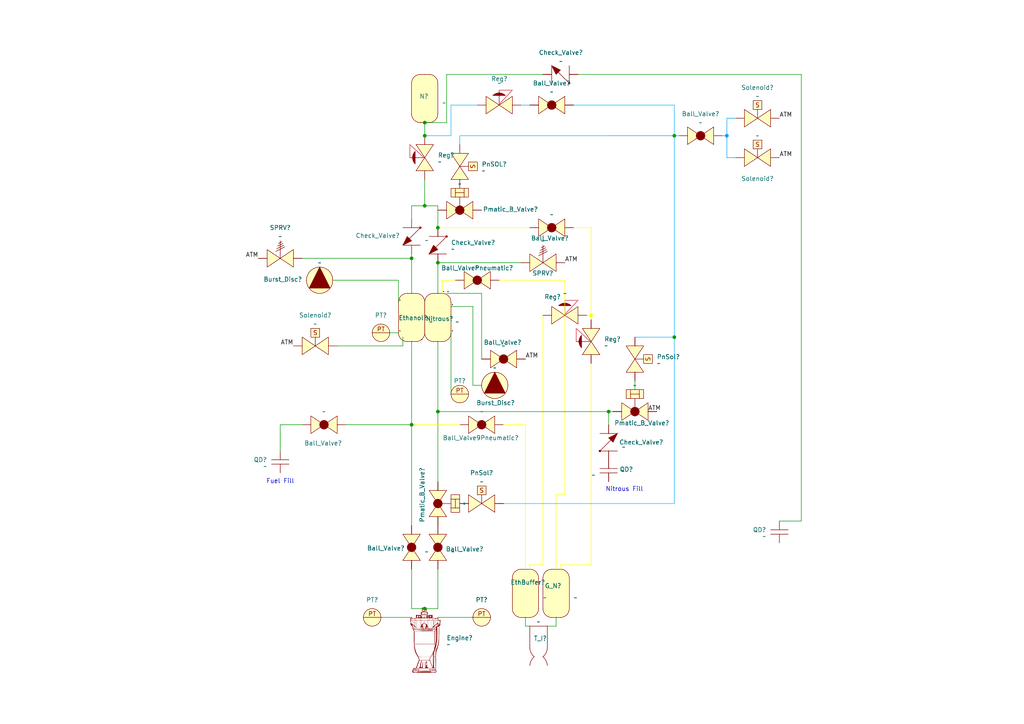
<source format=kicad_sch>
(kicad_sch (version 20231120) (generator "eeschema") (generator_version "8.0")
  (paper "A4")
  (lib_symbols
    (symbol "Analog_ADC:Torch_Igniter"
      (property "Reference" "T_I" (at -1.016 -0.254 0))
      (symbol "Torch_Igniter_1_1"
        (pin passive line (at -2.54 3.81 0) (length 0) (name "") (number ""))
        (pin passive line (at 2.54 3.81 180) (length 0) (name "") (number ""))
      )
    )
    (symbol "Ball_Valve_1"
      (property "Reference" "Ball_Valve" (at 3.81 -4.318 0))
      (symbol "Ball_Valve_1_1_1"
        (pin passive line (at -2.54 0 0) (length 2.54) (name "") (number ""))
        (pin passive line (at 10.16 0 180) (length 2.54) (name "") (number ""))
      )
    )
    (symbol "PID_symbols:Ball_Valve"
      (property "Reference" "Ball_Valve" (at 3.81 -4.318 0))
      (symbol "Ball_Valve_1_1"
        (pin passive line (at -2.54 0 0) (length 2.54) (name "") (number ""))
        (pin passive line (at 10.16 0 180) (length 2.54) (name "") (number ""))
      )
    )
    (symbol "PID_symbols:Burst_Disc"
      (property "Reference" "Burst_Disc" (at 0 -5.334 0))
      (symbol "Burst_Disc_1_1"
        (pin passive line (at -3.81 0 0) (length 0) (name "") (number ""))
        (pin passive line (at 3.81 0 180) (length 0) (name "") (number ""))
      )
    )
    (symbol "PID_symbols:Check_Valve"
      (property "Reference" "Check_Valve" (at 2.54 -4.064 0))
      (symbol "Check_Valve_1_1"
        (pin passive line (at -2.54 0 0) (length 2.54) (name "") (number ""))
        (pin passive line (at 7.62 0 180) (length 2.54) (name "") (number ""))
      )
    )
    (symbol "PID_symbols:Engine"
      (property "Reference" "Engine" (at 0 0 0))
      (symbol "Engine_1_1"
        (pin input line (at -3.81 3.81 0) (length 0) (name "") (number ""))
        (pin input line (at 0 6.35 0) (length 0) (name "") (number ""))
        (pin input line (at 3.81 3.81 0) (length 0) (name "") (number ""))
      )
    )
    (symbol "PID_symbols:Pneumatic_Rotary_Ball_Valve"
      (property "Reference" "Pmatic_B_Valve" (at 0 -3.81 0))
      (symbol "Pneumatic_Rotary_Ball_Valve_1_1"
        (pin passive line (at -6.35 0 0) (length 2.54) (name "") (number ""))
        (pin passive line (at 0 -1.27 180) (length 0) (name "") (number ""))
        (pin passive line (at 0 6.35 180) (length 0) (name "") (number ""))
        (pin passive line (at 6.35 0 180) (length 2.54) (name "") (number ""))
      )
    )
    (symbol "PID_symbols:Pressure_Regulator"
      (property "Reference" "Reg" (at 4.318 -3.81 0))
      (symbol "Pressure_Regulator_1_1"
        (pin passive line (at -2.54 0 0) (length 2.54) (name "") (number ""))
        (pin passive line (at 10.16 0 180) (length 2.54) (name "") (number ""))
      )
    )
    (symbol "PID_symbols:Pressure_Transducer"
      (property "Reference" "PT" (at 0 -3.81 0))
      (symbol "Pressure_Transducer_1_1"
        (text "PT\n" (at 0 1.016 0) (effects (font (size 1.27 1.27))))
        (pin passive line (at -2.54 0 0) (length 0) (name "") (number ""))
        (pin passive line (at 2.54 0 180) (length 0) (name "") (number ""))
      )
    )
    (symbol "PID_symbols:Quick_Disconnect"
      (property "Reference" "QD" (at 0.762 -4.572 0))
      (symbol "Quick_Disconnect_1_1"
        (pin passive line (at -2.54 0 0) (length 2.54) (name "") (number ""))
        (pin passive line (at 3.81 0 180) (length 2.54) (name "") (number ""))
      )
    )
    (symbol "PID_symbols:SPRV"
      (property "Reference" "SPRV" (at 3.556 -3.302 0))
      (symbol "SPRV_1_1"
        (pin passive line (at -2.54 0 0) (length 2.54) (name "") (number ""))
        (pin passive line (at 10.16 0 180) (length 2.54) (name "") (number ""))
      )
    )
    (symbol "PID_symbols:Solenoid"
      (property "Reference" "Solenoid" (at 3.81 -3.81 0))
      (symbol "Solenoid_1_1"
        (text "S\n" (at 3.81 3.81 0) (effects (font (size 1.27 1.27))))
        (pin passive line (at -2.54 0 0) (length 2.54) (name "") (number ""))
        (pin passive line (at 10.16 0 180) (length 2.54) (name "") (number ""))
      )
    )
    (symbol "PID_symbols:Tank"
      (property "Reference" "T" (at 6.35 5.08 0))
      (symbol "Tank_1_1"
        (pin passive line (at 1.27 -2.54 90) (length 0) (name "") (number ""))
        (pin passive line (at 1.27 11.43 270) (length 0) (name "") (number ""))
      )
    )
  )
  (junction (at 195.58 39.37))
  (junction (at 171.45 91.44) (color 255 255 0 1))
  (junction (at 119.38 74.93))
  (junction (at 195.58 97.79))
  (junction (at 127 66.04))
  (junction (at 123.19 39.37))
  (junction (at 123.19 176.53))
  (junction (at 123.19 35.56))
  (junction (at 176.53 119.38))
  (junction (at 119.38 123.19))
  (junction (at 127 76.2))
  (junction (at 210.82 39.37) (color 2 153 255 1))
  (junction (at 127 119.38))
  (junction (at 123.19 59.69))
  (wire (pts (xy 171.45 66.04) (xy 166.37 66.04)) (stroke (width 0) (color 255 255 0 1)))
  (wire (pts (xy 176.53 119.38) (xy 176.53 123.19)))
  (wire (pts (xy 130.81 114.3) (xy 130.81 96.52)))
  (wire (pts (xy 127 165.1) (xy 127 176.53)))
  (wire (pts (xy 157.48 91.44) (xy 157.48 163.83)) (stroke (width 0) (color 255 255 0 1)))
  (wire (pts (xy 195.58 39.37) (xy 196.85 39.37)) (stroke (width 0) (color 0 187 255 1)))
  (wire (pts (xy 129.54 35.56) (xy 129.54 21.59)))
  (wire (pts (xy 180.34 119.38) (xy 176.53 119.38)))
  (wire (pts (xy 110.49 179.07) (xy 119.38 179.07)))
  (wire (pts (xy 146.05 146.05) (xy 195.58 146.05)) (stroke (width 0) (color 14 175 255 1)))
  (wire (pts (xy 152.4 181.61) (xy 153.67 181.61)))
  (wire (pts (xy 139.7 111.76) (xy 137.16 111.76)))
  (wire (pts (xy 127 99.06) (xy 127 119.38)))
  (wire (pts (xy 127 176.53) (xy 123.19 176.53)))
  (wire (pts (xy 119.38 59.69) (xy 119.38 63.5)))
  (wire (pts (xy 123.19 35.56) (xy 129.54 35.56)))
  (wire (pts (xy 137.16 111.76) (xy 137.16 88.9)))
  (wire (pts (xy 119.38 176.53) (xy 123.19 176.53)))
  (wire (pts (xy 152.4 179.07) (xy 152.4 181.61)))
  (wire (pts (xy 171.45 92.71) (xy 171.45 91.44)) (stroke (width 0) (color 255 255 0 1)))
  (wire (pts (xy 152.4 123.19) (xy 152.4 165.1)) (stroke (width 0) (color 255 255 0 1)))
  (wire (pts (xy 232.41 21.59) (xy 232.41 151.13)))
  (wire (pts (xy 127 76.2) (xy 127 85.09)))
  (wire (pts (xy 167.64 21.59) (xy 232.41 21.59)))
  (wire (pts (xy 213.36 45.72) (xy 210.82 45.72)) (stroke (width 0) (color 2 153 255 1)))
  (wire (pts (xy 81.28 123.19) (xy 81.28 130.81)))
  (wire (pts (xy 137.16 88.9) (xy 130.81 88.9)))
  (wire (pts (xy 210.82 34.29) (xy 213.36 34.29)) (stroke (width 0) (color 2 153 255 1)))
  (wire (pts (xy 96.52 81.28) (xy 115.57 81.28)))
  (wire (pts (xy 129.54 21.59) (xy 157.48 21.59)))
  (wire (pts (xy 161.29 181.61) (xy 158.75 181.61)))
  (wire (pts (xy 133.35 39.37) (xy 195.58 39.37)) (stroke (width 0) (color 0 187 255 1)))
  (wire (pts (xy 123.19 35.56) (xy 123.19 39.37)))
  (wire (pts (xy 116.84 97.79) (xy 116.84 100.33)))
  (wire (pts (xy 119.38 99.06) (xy 119.38 123.19)))
  (wire (pts (xy 127 179.07) (xy 137.16 179.07)))
  (wire (pts (xy 113.03 96.52) (xy 115.57 96.52)))
  (wire (pts (xy 130.81 30.48) (xy 130.81 39.37)) (stroke (width 0) (color 14 175 255 1)))
  (wire (pts (xy 170.18 91.44) (xy 171.45 91.44)) (stroke (width 0) (color 255 255 0 1)))
  (wire (pts (xy 115.57 81.28) (xy 115.57 87.63)))
  (wire (pts (xy 119.38 123.19) (xy 119.38 152.4)))
  (wire (pts (xy 166.37 30.48) (xy 195.58 30.48)) (stroke (width 0) (color 0 187 255 1)))
  (wire (pts (xy 144.78 81.28) (xy 163.83 81.28)) (stroke (width 0) (color 255 252 2 1)))
  (wire (pts (xy 119.38 73.66) (xy 119.38 74.93)))
  (wire (pts (xy 97.79 100.33) (xy 116.84 100.33)))
  (wire (pts (xy 127 119.38) (xy 127 142.24)))
  (wire (pts (xy 119.38 74.93) (xy 119.38 85.09)))
  (wire (pts (xy 153.67 66.04) (xy 127 66.04)) (stroke (width 0) (color 255 255 0 1)))
  (wire (pts (xy 139.7 85.09) (xy 129.54 85.09)))
  (wire (pts (xy 184.15 97.79) (xy 195.58 97.79)) (stroke (width 0) (color 14 175 255 1)))
  (wire (pts (xy 100.33 123.19) (xy 119.38 123.19)))
  (wire (pts (xy 161.29 179.07) (xy 161.29 181.61)))
  (wire (pts (xy 139.7 104.14) (xy 139.7 85.09)))
  (wire (pts (xy 127 119.38) (xy 176.53 119.38)))
  (wire (pts (xy 232.41 151.13) (xy 226.06 151.13)))
  (wire (pts (xy 195.58 146.05) (xy 195.58 97.79)) (stroke (width 0) (color 14 175 255 1)))
  (wire (pts (xy 123.19 59.69) (xy 119.38 59.69)))
  (wire (pts (xy 151.13 30.48) (xy 153.67 30.48)) (stroke (width 0) (color 14 175 255 1)))
  (wire (pts (xy 87.63 123.19) (xy 81.28 123.19)))
  (wire (pts (xy 170.18 91.44) (xy 171.45 91.44)))
  (wire (pts (xy 210.82 39.37) (xy 210.82 34.29)) (stroke (width 0) (color 2 153 255 1)))
  (wire (pts (xy 133.35 123.19) (xy 119.38 123.19)) (stroke (width 0) (color 255 255 0 1)))
  (wire (pts (xy 171.45 66.04) (xy 171.45 91.44)) (stroke (width 0) (color 255 255 0 1)))
  (wire (pts (xy 146.05 123.19) (xy 152.4 123.19)) (stroke (width 0) (color 255 255 0 1)))
  (wire (pts (xy 184.15 110.49) (xy 184.15 113.03)))
  (wire (pts (xy 161.29 143.51) (xy 161.29 165.1)) (stroke (width 0) (color 255 252 2 1)))
  (wire (pts (xy 195.58 30.48) (xy 195.58 39.37)) (stroke (width 0) (color 14 175 255 1)))
  (wire (pts (xy 162.56 163.83) (xy 171.45 163.83)) (stroke (width 0) (color 255 255 0 1)))
  (wire (pts (xy 127 76.2) (xy 151.13 76.2)))
  (wire (pts (xy 163.83 81.28) (xy 163.83 143.51)) (stroke (width 0) (color 255 252 2 1)))
  (wire (pts (xy 127 59.69) (xy 127 66.04)))
  (wire (pts (xy 123.19 39.37) (xy 130.81 39.37)) (stroke (width 0) (color 14 175 255 1)))
  (wire (pts (xy 128.27 81.28) (xy 128.27 85.09)) (stroke (width 0) (color 255 252 2 1)))
  (wire (pts (xy 87.63 74.93) (xy 119.38 74.93)))
  (wire (pts (xy 127 152.4) (xy 127 149.86)))
  (wire (pts (xy 209.55 39.37) (xy 210.82 39.37)) (stroke (width 0) (color 2 153 255 1)))
  (wire (pts (xy 128.27 81.28) (xy 132.08 81.28)) (stroke (width 0) (color 255 252 2 1)))
  (wire (pts (xy 171.45 105.41) (xy 171.45 163.83)) (stroke (width 0) (color 255 255 0 1)))
  (wire (pts (xy 153.67 163.83) (xy 153.67 165.1)) (stroke (width 0) (color 255 255 0 1)))
  (wire (pts (xy 195.58 39.37) (xy 176.53 39.37)) (stroke (width 0) (color 14 175 255 1)))
  (wire (pts (xy 119.38 165.1) (xy 119.38 176.53)))
  (wire (pts (xy 210.82 39.37) (xy 210.82 45.72)) (stroke (width 0) (color 2 153 255 1)))
  (wire (pts (xy 162.56 163.83) (xy 162.56 165.1)) (stroke (width 0) (color 255 255 0 1)))
  (wire (pts (xy 133.35 39.37) (xy 133.35 41.91)) (stroke (width 0) (color 14 175 255 1)))
  (wire (pts (xy 163.83 143.51) (xy 161.29 143.51)) (stroke (width 0) (color 255 252 2 1)))
  (wire (pts (xy 157.48 163.83) (xy 153.67 163.83)) (stroke (width 0) (color 255 255 0 1)))
  (wire (pts (xy 130.81 30.48) (xy 138.43 30.48)) (stroke (width 0) (color 14 175 255 1)))
  (wire (pts (xy 123.19 59.69) (xy 127 59.69)))
  (wire (pts (xy 123.19 52.07) (xy 123.19 59.69)))
  (wire (pts (xy 195.58 39.37) (xy 195.58 97.79)) (stroke (width 0) (color 14 175 255 1)))
  (text "Nitrous Fill" (at 181.102 141.986 0) (effects (font (size 1.27 1.27))))
  (text "Fuel Fill\n" (at 81.28 139.7 0) (effects (font (size 1.27 1.27))))
  (label "." (at 115.57 87.63 0))
  (label "ATM" (at 74.93 74.93 180))
  (label "ATM" (at 226.06 45.72 0))
  (label "." (at 121.92 99.06 0))
  (label "ATM" (at 163.83 76.2 0))
  (label "." (at 130.81 88.9 0))
  (label "." (at 130.81 96.52 0))
  (label "." (at 129.54 85.09 0))
  (label "ATM" (at 152.4 104.14 0))
  (label "ATM" (at 187.96 119.38 0))
  (label "." (at 128.27 85.09 0))
  (label "." (at 115.57 96.52 0))
  (label "ATM" (at 85.09 100.33 180))
  (label "ATM" (at 226.06 34.29 0))
  (label "." (at 129.54 85.09 0))
  (symbol (lib_id "PID_symbols:Tank") (at 121.92 33.02 0) (unit 1)
    (property "Reference" "N?" (at 121.666 27.94 0) (effects (justify left)))
    (property "Value" "~" (at 128.27 29.845 0) (effects (justify left)))
  )
  (symbol (lib_id "PID_symbols:Engine") (at 123.19 182.88 0) (unit 1)
    (property "Reference" "Engine?" (at 129.54 185.0318 0) (effects (justify left)))
    (property "Value" "~" (at 129.54 186.9369 0) (effects (justify left)))
  )
  (symbol (lib_id "PID_symbols:Pressure_Transducer") (at 139.7 179.07 0) (unit 1)
    (property "Reference" "PT?" (at 139.7 173.99 0))
  )
  (symbol (lib_id "PID_symbols:Check_Valve") (at 165.1 21.59 180) (unit 1)
    (property "Reference" "Check_Valve?" (at 162.687 15.24 0))
    (property "Value" "~" (at 162.687 17.78 0))
  )
  (symbol (lib_id "PID_symbols:Pressure_Transducer") (at 133.35 114.3 0) (unit 1)
    (property "Reference" "PT?" (at 133.35 110.49 0))
  )
  (symbol (lib_id "PID_symbols:Ball_Valve") (at 127 154.94 270) (unit 1)
    (property "Reference" "Ball_Valve?" (at 129.286 159.258 90) (effects (justify left)))
    (property "Value" "~" (at 130.81 160.02 90) (effects (justify left)))
  )
  (symbol (lib_id "PID_symbols:Check_Valve") (at 119.38 66.04 270) (unit 1)
    (property "Reference" "Check_Valve?" (at 103.124 68.326 90) (effects (justify left)))
    (property "Value" "~" (at 123.19 69.723 90) (effects (justify left)))
  )
  (symbol (lib_id "PID_symbols:Pressure_Regulator") (at 140.97 30.48 0) (unit 1)
    (property "Reference" "Reg?" (at 144.8425 22.86 0))
    (property "Value" "~" (at 144.8425 24.13 0))
    (property "Description" "Pressure Regulator" (effects (hide yes)))
  )
  (symbol (lib_id "PID_symbols:Tank") (at 151.13 176.53 0) (unit 1)
    (property "Reference" "EthBuffer?" (at 148.082 168.91 0) (effects (justify left)))
    (property "Value" "~" (at 157.48 173.355 0) (effects (justify left)))
  )
  (symbol (lib_id "PID_symbols:Tank") (at 160.02 176.53 0) (unit 1)
    (property "Reference" "G_N?" (at 157.988 169.926 0) (effects (justify left)))
    (property "Value" "~" (at 166.37 173.355 0) (effects (justify left)))
  )
  (symbol (lib_id "PID_symbols:Tank") (at 118.11 96.52 0) (unit 1)
    (property "Reference" "Ethanol?" (at 115.57 92.202 0) (effects (justify left)))
    (property "Value" "~" (at 124.46 93.345 0) (effects (justify left)))
  )
  (symbol (lib_id "PID_symbols:Pneumatic_Rotary_Ball_Valve") (at 133.35 60.96 0) (unit 1)
    (property "Reference" "Pmatic_B_Valve?" (at 148.082 60.706 0))
    (property "Value" "~" (at 133.35 53.34 0))
  )
  (symbol (lib_id "PID_symbols:Ball_Valve") (at 134.62 81.28 0) (unit 1)
    (property "Reference" "Ball_ValvePneumatic?" (at 138.43 77.724 0))
    (property "Value" "~" (at 138.43 77.47 0))
  )
  (symbol (lib_id "PID_symbols:Pneumatic_Rotary_Ball_Valve") (at 184.15 119.38 0) (unit 1)
    (property "Reference" "Pmatic_B_Valve?" (at 186.182 122.682 0))
    (property "Value" "~" (at 184.15 111.76 0))
  )
  (symbol (lib_id "PID_symbols:Pressure_Transducer") (at 107.95 179.07 0) (unit 1)
    (property "Reference" "PT?" (at 107.95 173.99 0))
  )
  (symbol (lib_id "PID_symbols:Ball_Valve") (at 135.89 123.19 0) (unit 1)
    (property "Reference" "Ball_Valve9Pneumatic?" (at 139.446 127 0))
    (property "Value" "~" (at 139.7 119.38 0))
  )
  (symbol (lib_id "PID_symbols:Pressure_Transducer") (at 110.49 96.52 0) (unit 1)
    (property "Reference" "PT?" (at 110.49 91.44 0))
  )
  (symbol (lib_id "PID_symbols:Burst_Disc") (at 143.51 111.76 0) (unit 1)
    (property "Reference" "Burst_Disc?" (at 143.764 116.84 0))
    (property "Value" "~" (at 143.51 106.68 0))
  )
  (symbol (lib_id "PID_symbols:Solenoid") (at 215.9 34.29 0) (unit 1)
    (property "Reference" "Solenoid?" (at 219.71 25.4 0))
    (property "Value" "~" (at 219.71 27.94 0))
  )
  (symbol (lib_id "PID_symbols:Quick_Disconnect") (at 226.06 154.94 90) (unit 1)
    (property "Reference" "QD?" (at 222.25 153.6699 90) (effects (justify left)))
    (property "Value" "~" (at 222.25 155.575 90) (effects (justify left)))
  )
  (symbol (lib_id "PID_symbols:Quick_Disconnect") (at 176.53 137.16 90) (unit 1)
    (property "Reference" "QD?" (at 183.642 136.144 90) (effects (justify left)))
    (property "Value" "~" (at 172.72 137.795 90) (effects (justify left)))
  )
  (symbol (lib_id "PID_symbols:Solenoid") (at 184.15 100.33 270) (unit 1)
    (property "Reference" "PnSol?" (at 190.5 103.5049 90) (effects (justify left)))
    (property "Value" "~" (at 190.5 105.41 90) (effects (justify left)))
  )
  (symbol (lib_id "PID_symbols:SPRV") (at 77.47 74.93 0) (unit 1)
    (property "Reference" "SPRV?" (at 81.28 66.04 0))
    (property "Value" "~" (at 81.28 68.58 0))
  )
  (symbol (lib_id "PID_symbols:Solenoid") (at 133.35 44.45 270) (unit 1)
    (property "Reference" "PnSOL?" (at 139.7 47.6249 90) (effects (justify left)))
    (property "Value" "~" (at 139.7 49.53 90) (effects (justify left)))
  )
  (symbol (lib_id "PID_symbols:Pressure_Regulator") (at 123.19 49.53 90) (unit 1)
    (property "Reference" "Reg?" (at 127 45.0224 90) (effects (justify right)))
    (property "Value" "~" (at 127 46.9275 90) (effects (justify right)))
    (property "Description" "Pressure Regulator" (effects (hide yes)))
  )
  (symbol (lib_id "PID_symbols:Pressure_Regulator") (at 160.02 91.44 0) (unit 1)
    (property "Reference" "Reg?" (at 160.274 86.106 0))
    (property "Value" "~" (at 163.8925 85.09 0))
    (property "Description" "Pressure Regulator" (effects (hide yes)))
  )
  (symbol (lib_id "PID_symbols:Ball_Valve") (at 119.38 154.94 270) (unit 1)
    (property "Reference" "Ball_Valve?" (at 106.426 159.004 90) (effects (justify left)))
    (property "Value" "~" (at 123.19 160.02 90) (effects (justify left)))
  )
  (symbol (lib_name "Ball_Valve_1") (lib_id "PID_symbols:Ball_Valve") (at 156.21 66.04 0) (unit 1)
    (property "Reference" "Ball_Valve?" (at 159.512 69.088 0))
    (property "Value" "~" (at 160.02 62.23 0))
  )
  (symbol (lib_id "PID_symbols:Ball_Valve") (at 142.24 104.14 0) (unit 1)
    (property "Reference" "Ball_Valve?" (at 145.796 99.314 0))
    (property "Value" "~" (at 146.05 100.33 0))
  )
  (symbol (lib_id "PID_symbols:Ball_Valve") (at 90.17 123.19 0) (unit 1)
    (property "Reference" "Ball_Valve?" (at 93.726 128.524 0))
    (property "Value" "~" (at 93.98 119.38 0))
  )
  (symbol (lib_id "PID_symbols:SPRV") (at 153.67 76.2 0) (unit 1)
    (property "Reference" "SPRV?" (at 157.48 79.248 0))
    (property "Value" "~" (at 157.48 69.85 0))
  )
  (symbol (lib_id "PID_symbols:Solenoid") (at 135.89 146.05 0) (unit 1)
    (property "Reference" "PnSol?" (at 139.7 137.16 0))
    (property "Value" "~" (at 139.7 139.7 0))
  )
  (symbol (lib_id "PID_symbols:Check_Valve") (at 176.53 130.81 90) (unit 1)
    (property "Reference" "Check_Valve?" (at 179.578 128.27 90) (effects (justify right)))
    (property "Value" "~" (at 180.34 129.667 90) (effects (justify right)))
  )
  (symbol (lib_id "PID_symbols:Tank") (at 125.73 96.52 0) (unit 1)
    (property "Reference" "Nitrous?" (at 123.444 92.456 0) (effects (justify left)))
    (property "Value" "~" (at 132.08 93.345 0) (effects (justify left)))
  )
  (symbol (lib_id "PID_symbols:Quick_Disconnect") (at 81.28 133.35 270) (unit 1)
    (property "Reference" "QD?" (at 77.47 133.3499 90) (effects (justify right)))
    (property "Value" "~" (at 77.47 135.255 90) (effects (justify right)))
  )
  (symbol (lib_id "PID_symbols:Ball_Valve") (at 199.39 39.37 0) (unit 1)
    (property "Reference" "Ball_Valve?" (at 203.2 33.02 0))
    (property "Value" "~" (at 203.2 35.56 0))
  )
  (symbol (lib_id "PID_symbols:Pneumatic_Rotary_Ball_Valve") (at 127 146.05 270) (unit 1)
    (property "Reference" "Pmatic_B_Valve?" (at 122.428 143.51 0))
    (property "Value" "~" (at 134.62 146.05 0))
  )
  (symbol (lib_id "PID_symbols:Solenoid") (at 215.9 45.72 0) (unit 1)
    (property "Reference" "Solenoid?" (at 219.71 51.816 0))
    (property "Value" "~" (at 219.71 39.37 0))
  )
  (symbol (lib_id "PID_symbols:Ball_Valve") (at 156.21 30.48 0) (unit 1)
    (property "Reference" "Ball_Valve?" (at 160.02 24.13 0))
    (property "Value" "~" (at 160.02 26.67 0))
  )
  (symbol (lib_id "PID_symbols:Pressure_Regulator") (at 171.45 102.87 90) (unit 1)
    (property "Reference" "Reg?" (at 175.26 98.3624 90) (effects (justify right)))
    (property "Value" "~" (at 175.26 100.2675 90) (effects (justify right)))
    (property "Description" "Pressure Regulator" (effects (hide yes)))
  )
  (symbol (lib_id "PID_symbols:Burst_Disc") (at 92.71 81.28 0) (unit 1)
    (property "Reference" "Burst_Disc?" (at 82.042 81.026 0))
    (property "Value" "~" (at 92.71 76.2 0))
  )
  (symbol (lib_id "PID_symbols:Check_Valve") (at 127 68.58 270) (unit 1)
    (property "Reference" "Check_Valve?" (at 130.81 70.3579 90) (effects (justify left)))
    (property "Value" "~" (at 130.81 72.263 90) (effects (justify left)))
  )
  (symbol (lib_id "Analog_ADC:Torch_Igniter") (at 156.21 185.42 0) (unit 1)
    (property "Reference" "T_I?" (at 156.718 185.166 0))
    (property "Value" "~" (at 156.21 180.34 0))
  )
  (symbol (lib_id "PID_symbols:Solenoid") (at 87.63 100.33 0) (unit 1)
    (property "Reference" "Solenoid?" (at 91.44 91.44 0))
    (property "Value" "~" (at 91.44 93.98 0))
  )
)
</source>
